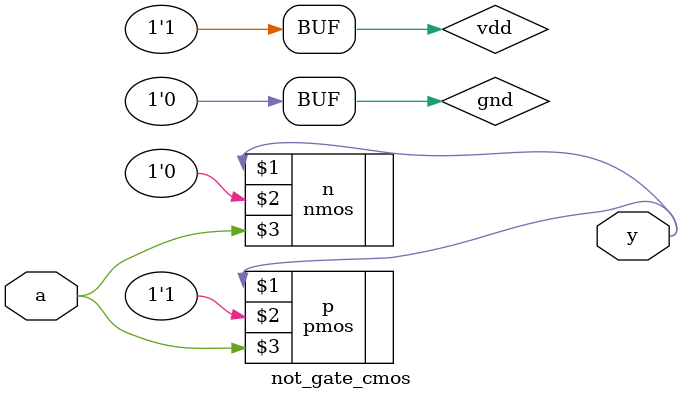
<source format=v>
`timescale 1ns / 1ps


module not_gate_cmos(input a,output y);
supply1 vdd;
supply0 gnd;
pmos p(y,vdd,a);
nmos n(y,gnd,a);
endmodule

</source>
